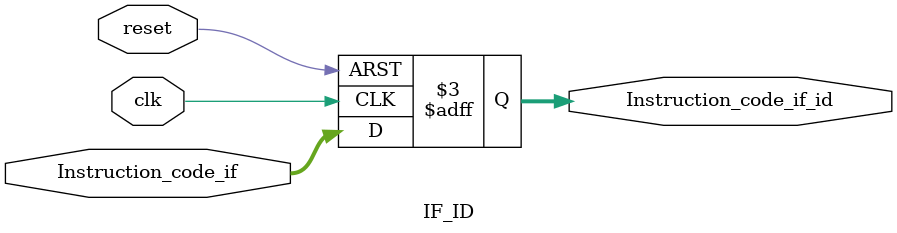
<source format=v>
`timescale 1ns / 1ps

module IF_ID(
input clk,
input reset,
input [7:0]Instruction_code_if,
output reg [7:0]Instruction_code_if_id
    );
always@(posedge clk, negedge reset)
if(reset == 0)
begin
    Instruction_code_if_id = 8'b0;
end
else
begin
    Instruction_code_if_id = Instruction_code_if;
end
endmodule

</source>
